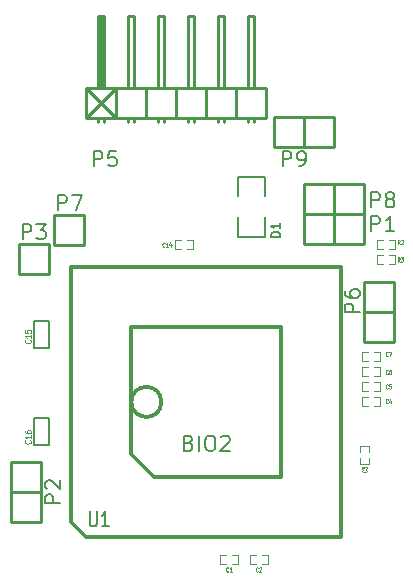
<source format=gto>
%FSLAX34Y34*%
G04 Gerber Fmt 3.4, Leading zero omitted, Abs format*
G04 (created by PCBNEW (2014-04-07 BZR 4791)-product) date Tue 13 May 2014 05:19:37 PM CEST*
%MOIN*%
G01*
G70*
G90*
G04 APERTURE LIST*
%ADD10C,0.005906*%
%ADD11C,0.002800*%
%ADD12C,0.005000*%
%ADD13C,0.010000*%
%ADD14C,0.012000*%
%ADD15C,0.004500*%
%ADD16C,0.008000*%
G04 APERTURE END LIST*
G54D10*
G54D11*
X59150Y-40350D02*
X58950Y-40350D01*
X58950Y-40350D02*
X58950Y-40650D01*
X58950Y-40650D02*
X59150Y-40650D01*
X59350Y-40350D02*
X59550Y-40350D01*
X59550Y-40350D02*
X59550Y-40650D01*
X59550Y-40650D02*
X59350Y-40650D01*
X60150Y-40350D02*
X59950Y-40350D01*
X59950Y-40350D02*
X59950Y-40650D01*
X59950Y-40650D02*
X60150Y-40650D01*
X60350Y-40350D02*
X60550Y-40350D01*
X60550Y-40350D02*
X60550Y-40650D01*
X60550Y-40650D02*
X60350Y-40650D01*
X63929Y-36907D02*
X63929Y-36707D01*
X63929Y-36707D02*
X63629Y-36707D01*
X63629Y-36707D02*
X63629Y-36907D01*
X63929Y-37107D02*
X63929Y-37307D01*
X63929Y-37307D02*
X63629Y-37307D01*
X63629Y-37307D02*
X63629Y-37107D01*
X63900Y-35100D02*
X63700Y-35100D01*
X63700Y-35100D02*
X63700Y-35400D01*
X63700Y-35400D02*
X63900Y-35400D01*
X64100Y-35100D02*
X64300Y-35100D01*
X64300Y-35100D02*
X64300Y-35400D01*
X64300Y-35400D02*
X64100Y-35400D01*
X63900Y-34600D02*
X63700Y-34600D01*
X63700Y-34600D02*
X63700Y-34900D01*
X63700Y-34900D02*
X63900Y-34900D01*
X64100Y-34600D02*
X64300Y-34600D01*
X64300Y-34600D02*
X64300Y-34900D01*
X64300Y-34900D02*
X64100Y-34900D01*
X63900Y-34100D02*
X63700Y-34100D01*
X63700Y-34100D02*
X63700Y-34400D01*
X63700Y-34400D02*
X63900Y-34400D01*
X64100Y-34100D02*
X64300Y-34100D01*
X64300Y-34100D02*
X64300Y-34400D01*
X64300Y-34400D02*
X64100Y-34400D01*
X63900Y-33600D02*
X63700Y-33600D01*
X63700Y-33600D02*
X63700Y-33900D01*
X63700Y-33900D02*
X63900Y-33900D01*
X64100Y-33600D02*
X64300Y-33600D01*
X64300Y-33600D02*
X64300Y-33900D01*
X64300Y-33900D02*
X64100Y-33900D01*
X57650Y-29850D02*
X57450Y-29850D01*
X57450Y-29850D02*
X57450Y-30150D01*
X57450Y-30150D02*
X57650Y-30150D01*
X57850Y-29850D02*
X58050Y-29850D01*
X58050Y-29850D02*
X58050Y-30150D01*
X58050Y-30150D02*
X57850Y-30150D01*
G54D12*
X52750Y-33450D02*
X52750Y-32550D01*
X52750Y-32550D02*
X53250Y-32550D01*
X53250Y-32550D02*
X53250Y-33450D01*
X53250Y-33450D02*
X52750Y-33450D01*
X53250Y-35800D02*
X53250Y-36700D01*
X53250Y-36700D02*
X52750Y-36700D01*
X52750Y-36700D02*
X52750Y-35800D01*
X52750Y-35800D02*
X53250Y-35800D01*
X59550Y-29750D02*
X60450Y-29750D01*
X60450Y-29750D02*
X60450Y-29100D01*
X59550Y-28400D02*
X59550Y-27750D01*
X59550Y-27750D02*
X60450Y-27750D01*
X60450Y-27750D02*
X60450Y-28400D01*
X59550Y-29100D02*
X59550Y-29750D01*
G54D13*
X62750Y-30000D02*
X62750Y-29000D01*
X63750Y-30000D02*
X63750Y-29000D01*
X63750Y-29000D02*
X62750Y-29000D01*
X62750Y-29000D02*
X61750Y-29000D01*
X61750Y-29000D02*
X61750Y-30000D01*
X61750Y-30000D02*
X63750Y-30000D01*
X53000Y-38250D02*
X52000Y-38250D01*
X53000Y-37250D02*
X52000Y-37250D01*
X52000Y-37250D02*
X52000Y-38250D01*
X52000Y-38250D02*
X52000Y-39250D01*
X52000Y-39250D02*
X53000Y-39250D01*
X53000Y-39250D02*
X53000Y-37250D01*
X52250Y-30000D02*
X52250Y-31000D01*
X52250Y-31000D02*
X53250Y-31000D01*
X53250Y-31000D02*
X53250Y-30000D01*
X53250Y-30000D02*
X52250Y-30000D01*
X55480Y-24777D02*
X54480Y-25777D01*
X54480Y-24777D02*
X55480Y-25777D01*
X54930Y-24727D02*
X54930Y-22427D01*
X54930Y-22427D02*
X55030Y-22427D01*
X55030Y-22427D02*
X55030Y-24727D01*
X55030Y-24727D02*
X54980Y-24727D01*
X54980Y-24727D02*
X54980Y-22427D01*
X54880Y-25777D02*
X54880Y-25927D01*
X55080Y-25777D02*
X55080Y-25927D01*
X55880Y-25777D02*
X55880Y-25927D01*
X56080Y-25777D02*
X56080Y-25927D01*
X56880Y-25777D02*
X56880Y-25927D01*
X57080Y-25777D02*
X57080Y-25927D01*
X60080Y-25777D02*
X60080Y-25927D01*
X59880Y-25777D02*
X59880Y-25927D01*
X59080Y-25777D02*
X59080Y-25927D01*
X58880Y-25777D02*
X58880Y-25927D01*
X58080Y-25777D02*
X58080Y-25927D01*
X57880Y-25777D02*
X57880Y-25927D01*
X54480Y-25777D02*
X54480Y-24777D01*
X55480Y-25777D02*
X55480Y-24777D01*
X55480Y-25777D02*
X56480Y-25777D01*
X56480Y-25777D02*
X56480Y-24777D01*
X55880Y-24777D02*
X55880Y-22377D01*
X55880Y-22377D02*
X56080Y-22377D01*
X56080Y-22377D02*
X56080Y-24777D01*
X56480Y-24777D02*
X55480Y-24777D01*
X55480Y-24777D02*
X54480Y-24777D01*
X55080Y-22377D02*
X55080Y-24777D01*
X54880Y-22377D02*
X55080Y-22377D01*
X54880Y-24777D02*
X54880Y-22377D01*
X55480Y-25777D02*
X55480Y-24777D01*
X54480Y-25777D02*
X55480Y-25777D01*
X58480Y-25777D02*
X58480Y-24777D01*
X58480Y-25777D02*
X59480Y-25777D01*
X59480Y-25777D02*
X59480Y-24777D01*
X58880Y-24777D02*
X58880Y-22377D01*
X58880Y-22377D02*
X59080Y-22377D01*
X59080Y-22377D02*
X59080Y-24777D01*
X59480Y-24777D02*
X58480Y-24777D01*
X60480Y-24777D02*
X59480Y-24777D01*
X60080Y-22377D02*
X60080Y-24777D01*
X59880Y-22377D02*
X60080Y-22377D01*
X59880Y-24777D02*
X59880Y-22377D01*
X60480Y-25777D02*
X60480Y-24777D01*
X59480Y-25777D02*
X60480Y-25777D01*
X59480Y-25777D02*
X59480Y-24777D01*
X57480Y-25777D02*
X57480Y-24777D01*
X57480Y-25777D02*
X58480Y-25777D01*
X58480Y-25777D02*
X58480Y-24777D01*
X57880Y-24777D02*
X57880Y-22377D01*
X57880Y-22377D02*
X58080Y-22377D01*
X58080Y-22377D02*
X58080Y-24777D01*
X58480Y-24777D02*
X57480Y-24777D01*
X57480Y-24777D02*
X56480Y-24777D01*
X57080Y-22377D02*
X57080Y-24777D01*
X56880Y-22377D02*
X57080Y-22377D01*
X56880Y-24777D02*
X56880Y-22377D01*
X57480Y-25777D02*
X57480Y-24777D01*
X56480Y-25777D02*
X57480Y-25777D01*
X56480Y-25777D02*
X56480Y-24777D01*
X64750Y-32250D02*
X63750Y-32250D01*
X64750Y-31250D02*
X63750Y-31250D01*
X63750Y-31250D02*
X63750Y-32250D01*
X63750Y-32250D02*
X63750Y-33250D01*
X63750Y-33250D02*
X64750Y-33250D01*
X64750Y-33250D02*
X64750Y-31250D01*
X53437Y-29027D02*
X53437Y-30027D01*
X53437Y-30027D02*
X54437Y-30027D01*
X54437Y-30027D02*
X54437Y-29027D01*
X54437Y-29027D02*
X53437Y-29027D01*
X62750Y-29000D02*
X62750Y-28000D01*
X63750Y-29000D02*
X63750Y-28000D01*
X63750Y-28000D02*
X62750Y-28000D01*
X62750Y-28000D02*
X61750Y-28000D01*
X61750Y-28000D02*
X61750Y-29000D01*
X61750Y-29000D02*
X63750Y-29000D01*
X61750Y-25750D02*
X61750Y-26750D01*
X60750Y-25750D02*
X60750Y-26750D01*
X60750Y-26750D02*
X61750Y-26750D01*
X61750Y-26750D02*
X62750Y-26750D01*
X62750Y-26750D02*
X62750Y-25750D01*
X62750Y-25750D02*
X60750Y-25750D01*
G54D11*
X64400Y-29850D02*
X64200Y-29850D01*
X64200Y-29850D02*
X64200Y-30150D01*
X64200Y-30150D02*
X64400Y-30150D01*
X64600Y-29850D02*
X64800Y-29850D01*
X64800Y-29850D02*
X64800Y-30150D01*
X64800Y-30150D02*
X64600Y-30150D01*
X64600Y-30650D02*
X64800Y-30650D01*
X64800Y-30650D02*
X64800Y-30350D01*
X64800Y-30350D02*
X64600Y-30350D01*
X64400Y-30650D02*
X64200Y-30650D01*
X64200Y-30650D02*
X64200Y-30350D01*
X64200Y-30350D02*
X64400Y-30350D01*
G54D14*
X57000Y-35250D02*
G75*
G03X57000Y-35250I-500J0D01*
G74*
G01*
X56750Y-37750D02*
X61000Y-37750D01*
X61000Y-32750D02*
X61000Y-37750D01*
X56000Y-32750D02*
X61000Y-32750D01*
X56750Y-37750D02*
X56000Y-37000D01*
X56000Y-37000D02*
X56000Y-32750D01*
X54000Y-39250D02*
X54500Y-39750D01*
X54500Y-39750D02*
X63000Y-39750D01*
X63000Y-39750D02*
X63000Y-30750D01*
X63000Y-30750D02*
X54000Y-30750D01*
X54000Y-30750D02*
X54000Y-39250D01*
G54D11*
X59231Y-40895D02*
X59226Y-40902D01*
X59209Y-40908D01*
X59197Y-40908D01*
X59180Y-40902D01*
X59169Y-40889D01*
X59163Y-40876D01*
X59157Y-40849D01*
X59157Y-40830D01*
X59163Y-40803D01*
X59169Y-40790D01*
X59180Y-40777D01*
X59197Y-40770D01*
X59209Y-40770D01*
X59226Y-40777D01*
X59231Y-40784D01*
X59346Y-40908D02*
X59277Y-40908D01*
X59311Y-40908D02*
X59311Y-40770D01*
X59300Y-40790D01*
X59289Y-40803D01*
X59277Y-40810D01*
X60216Y-40895D02*
X60210Y-40902D01*
X60193Y-40908D01*
X60181Y-40908D01*
X60164Y-40902D01*
X60153Y-40889D01*
X60147Y-40876D01*
X60141Y-40849D01*
X60141Y-40830D01*
X60147Y-40803D01*
X60153Y-40790D01*
X60164Y-40777D01*
X60181Y-40770D01*
X60193Y-40770D01*
X60210Y-40777D01*
X60216Y-40784D01*
X60261Y-40784D02*
X60267Y-40777D01*
X60279Y-40770D01*
X60307Y-40770D01*
X60319Y-40777D01*
X60324Y-40784D01*
X60330Y-40797D01*
X60330Y-40810D01*
X60324Y-40830D01*
X60256Y-40908D01*
X60330Y-40908D01*
X63828Y-37520D02*
X63835Y-37525D01*
X63841Y-37542D01*
X63841Y-37554D01*
X63835Y-37571D01*
X63822Y-37582D01*
X63809Y-37588D01*
X63782Y-37594D01*
X63763Y-37594D01*
X63736Y-37588D01*
X63723Y-37582D01*
X63710Y-37571D01*
X63703Y-37554D01*
X63703Y-37542D01*
X63710Y-37525D01*
X63717Y-37520D01*
X63703Y-37480D02*
X63703Y-37405D01*
X63756Y-37445D01*
X63756Y-37428D01*
X63763Y-37417D01*
X63769Y-37411D01*
X63782Y-37405D01*
X63815Y-37405D01*
X63828Y-37411D01*
X63835Y-37417D01*
X63841Y-37428D01*
X63841Y-37462D01*
X63835Y-37474D01*
X63828Y-37480D01*
X64546Y-35285D02*
X64541Y-35292D01*
X64524Y-35298D01*
X64512Y-35298D01*
X64495Y-35292D01*
X64484Y-35278D01*
X64478Y-35265D01*
X64472Y-35239D01*
X64472Y-35219D01*
X64478Y-35193D01*
X64484Y-35180D01*
X64495Y-35167D01*
X64512Y-35160D01*
X64524Y-35160D01*
X64541Y-35167D01*
X64546Y-35173D01*
X64649Y-35206D02*
X64649Y-35298D01*
X64621Y-35154D02*
X64592Y-35252D01*
X64666Y-35252D01*
X64546Y-34793D02*
X64541Y-34799D01*
X64524Y-34806D01*
X64512Y-34806D01*
X64495Y-34799D01*
X64484Y-34786D01*
X64478Y-34773D01*
X64472Y-34747D01*
X64472Y-34727D01*
X64478Y-34701D01*
X64484Y-34688D01*
X64495Y-34675D01*
X64512Y-34668D01*
X64524Y-34668D01*
X64541Y-34675D01*
X64546Y-34681D01*
X64655Y-34668D02*
X64598Y-34668D01*
X64592Y-34734D01*
X64598Y-34727D01*
X64609Y-34721D01*
X64638Y-34721D01*
X64649Y-34727D01*
X64655Y-34734D01*
X64661Y-34747D01*
X64661Y-34780D01*
X64655Y-34793D01*
X64649Y-34799D01*
X64638Y-34806D01*
X64609Y-34806D01*
X64598Y-34799D01*
X64592Y-34793D01*
X64546Y-34301D02*
X64541Y-34307D01*
X64524Y-34314D01*
X64512Y-34314D01*
X64495Y-34307D01*
X64484Y-34294D01*
X64478Y-34281D01*
X64472Y-34255D01*
X64472Y-34235D01*
X64478Y-34209D01*
X64484Y-34196D01*
X64495Y-34182D01*
X64512Y-34176D01*
X64524Y-34176D01*
X64541Y-34182D01*
X64546Y-34189D01*
X64649Y-34176D02*
X64626Y-34176D01*
X64615Y-34182D01*
X64609Y-34189D01*
X64598Y-34209D01*
X64592Y-34235D01*
X64592Y-34288D01*
X64598Y-34301D01*
X64604Y-34307D01*
X64615Y-34314D01*
X64638Y-34314D01*
X64649Y-34307D01*
X64655Y-34301D01*
X64661Y-34288D01*
X64661Y-34255D01*
X64655Y-34242D01*
X64649Y-34235D01*
X64638Y-34228D01*
X64615Y-34228D01*
X64604Y-34235D01*
X64598Y-34242D01*
X64592Y-34255D01*
X64546Y-33710D02*
X64541Y-33717D01*
X64524Y-33723D01*
X64512Y-33723D01*
X64495Y-33717D01*
X64484Y-33704D01*
X64478Y-33690D01*
X64472Y-33664D01*
X64472Y-33644D01*
X64478Y-33618D01*
X64484Y-33605D01*
X64495Y-33592D01*
X64512Y-33585D01*
X64524Y-33585D01*
X64541Y-33592D01*
X64546Y-33598D01*
X64586Y-33585D02*
X64666Y-33585D01*
X64615Y-33723D01*
X57107Y-30068D02*
X57102Y-30075D01*
X57085Y-30082D01*
X57073Y-30082D01*
X57056Y-30075D01*
X57045Y-30062D01*
X57039Y-30049D01*
X57033Y-30022D01*
X57033Y-30003D01*
X57039Y-29976D01*
X57045Y-29963D01*
X57056Y-29950D01*
X57073Y-29944D01*
X57085Y-29944D01*
X57102Y-29950D01*
X57107Y-29957D01*
X57222Y-30082D02*
X57153Y-30082D01*
X57187Y-30082D02*
X57187Y-29944D01*
X57176Y-29963D01*
X57165Y-29976D01*
X57153Y-29983D01*
X57325Y-29990D02*
X57325Y-30082D01*
X57296Y-29937D02*
X57267Y-30036D01*
X57342Y-30036D01*
G54D15*
X52630Y-33186D02*
X52640Y-33195D01*
X52649Y-33220D01*
X52649Y-33238D01*
X52640Y-33263D01*
X52620Y-33280D01*
X52601Y-33289D01*
X52563Y-33298D01*
X52535Y-33298D01*
X52497Y-33289D01*
X52478Y-33280D01*
X52459Y-33263D01*
X52449Y-33238D01*
X52449Y-33220D01*
X52459Y-33195D01*
X52468Y-33186D01*
X52649Y-33015D02*
X52649Y-33118D01*
X52649Y-33066D02*
X52449Y-33066D01*
X52478Y-33083D01*
X52497Y-33100D01*
X52506Y-33118D01*
X52449Y-32852D02*
X52449Y-32938D01*
X52544Y-32946D01*
X52535Y-32938D01*
X52525Y-32920D01*
X52525Y-32878D01*
X52535Y-32860D01*
X52544Y-32852D01*
X52563Y-32843D01*
X52611Y-32843D01*
X52630Y-32852D01*
X52640Y-32860D01*
X52649Y-32878D01*
X52649Y-32920D01*
X52640Y-32938D01*
X52630Y-32946D01*
X52630Y-36533D02*
X52640Y-36541D01*
X52649Y-36567D01*
X52649Y-36584D01*
X52640Y-36610D01*
X52620Y-36627D01*
X52601Y-36635D01*
X52563Y-36644D01*
X52535Y-36644D01*
X52497Y-36635D01*
X52478Y-36627D01*
X52459Y-36610D01*
X52449Y-36584D01*
X52449Y-36567D01*
X52459Y-36541D01*
X52468Y-36533D01*
X52649Y-36361D02*
X52649Y-36464D01*
X52649Y-36413D02*
X52449Y-36413D01*
X52478Y-36430D01*
X52497Y-36447D01*
X52506Y-36464D01*
X52449Y-36207D02*
X52449Y-36241D01*
X52459Y-36258D01*
X52468Y-36267D01*
X52497Y-36284D01*
X52535Y-36293D01*
X52611Y-36293D01*
X52630Y-36284D01*
X52640Y-36275D01*
X52649Y-36258D01*
X52649Y-36224D01*
X52640Y-36207D01*
X52630Y-36198D01*
X52611Y-36190D01*
X52563Y-36190D01*
X52544Y-36198D01*
X52535Y-36207D01*
X52525Y-36224D01*
X52525Y-36258D01*
X52535Y-36275D01*
X52544Y-36284D01*
X52563Y-36293D01*
G54D12*
X60962Y-29748D02*
X60662Y-29748D01*
X60662Y-29677D01*
X60676Y-29634D01*
X60705Y-29606D01*
X60733Y-29591D01*
X60791Y-29577D01*
X60833Y-29577D01*
X60891Y-29591D01*
X60919Y-29606D01*
X60948Y-29634D01*
X60962Y-29677D01*
X60962Y-29748D01*
X60962Y-29291D02*
X60962Y-29463D01*
X60962Y-29377D02*
X60662Y-29377D01*
X60705Y-29406D01*
X60733Y-29434D01*
X60748Y-29463D01*
G54D16*
X64001Y-29556D02*
X64001Y-29056D01*
X64191Y-29056D01*
X64239Y-29080D01*
X64262Y-29104D01*
X64286Y-29152D01*
X64286Y-29223D01*
X64262Y-29271D01*
X64239Y-29294D01*
X64191Y-29318D01*
X64001Y-29318D01*
X64762Y-29556D02*
X64477Y-29556D01*
X64620Y-29556D02*
X64620Y-29056D01*
X64572Y-29128D01*
X64524Y-29175D01*
X64477Y-29199D01*
X53626Y-38619D02*
X53126Y-38619D01*
X53126Y-38428D01*
X53150Y-38380D01*
X53173Y-38357D01*
X53221Y-38333D01*
X53292Y-38333D01*
X53340Y-38357D01*
X53364Y-38380D01*
X53388Y-38428D01*
X53388Y-38619D01*
X53173Y-38142D02*
X53150Y-38119D01*
X53126Y-38071D01*
X53126Y-37952D01*
X53150Y-37904D01*
X53173Y-37880D01*
X53221Y-37857D01*
X53269Y-37857D01*
X53340Y-37880D01*
X53626Y-38166D01*
X53626Y-37857D01*
X52380Y-29826D02*
X52380Y-29326D01*
X52571Y-29326D01*
X52619Y-29350D01*
X52642Y-29373D01*
X52666Y-29421D01*
X52666Y-29492D01*
X52642Y-29540D01*
X52619Y-29564D01*
X52571Y-29588D01*
X52380Y-29588D01*
X52833Y-29326D02*
X53142Y-29326D01*
X52976Y-29516D01*
X53047Y-29516D01*
X53095Y-29540D01*
X53119Y-29564D01*
X53142Y-29611D01*
X53142Y-29730D01*
X53119Y-29778D01*
X53095Y-29802D01*
X53047Y-29826D01*
X52904Y-29826D01*
X52857Y-29802D01*
X52833Y-29778D01*
X54749Y-27391D02*
X54749Y-26891D01*
X54939Y-26891D01*
X54987Y-26915D01*
X55010Y-26939D01*
X55034Y-26986D01*
X55034Y-27058D01*
X55010Y-27105D01*
X54987Y-27129D01*
X54939Y-27153D01*
X54749Y-27153D01*
X55487Y-26891D02*
X55249Y-26891D01*
X55225Y-27129D01*
X55249Y-27105D01*
X55296Y-27082D01*
X55415Y-27082D01*
X55463Y-27105D01*
X55487Y-27129D01*
X55510Y-27177D01*
X55510Y-27296D01*
X55487Y-27343D01*
X55463Y-27367D01*
X55415Y-27391D01*
X55296Y-27391D01*
X55249Y-27367D01*
X55225Y-27343D01*
X63612Y-32258D02*
X63112Y-32258D01*
X63112Y-32068D01*
X63135Y-32020D01*
X63159Y-31996D01*
X63207Y-31973D01*
X63278Y-31973D01*
X63326Y-31996D01*
X63350Y-32020D01*
X63373Y-32068D01*
X63373Y-32258D01*
X63112Y-31544D02*
X63112Y-31639D01*
X63135Y-31687D01*
X63159Y-31711D01*
X63231Y-31758D01*
X63326Y-31782D01*
X63516Y-31782D01*
X63564Y-31758D01*
X63588Y-31735D01*
X63612Y-31687D01*
X63612Y-31592D01*
X63588Y-31544D01*
X63564Y-31520D01*
X63516Y-31496D01*
X63397Y-31496D01*
X63350Y-31520D01*
X63326Y-31544D01*
X63302Y-31592D01*
X63302Y-31687D01*
X63326Y-31735D01*
X63350Y-31758D01*
X63397Y-31782D01*
X53567Y-28853D02*
X53567Y-28353D01*
X53758Y-28353D01*
X53806Y-28377D01*
X53829Y-28401D01*
X53853Y-28448D01*
X53853Y-28520D01*
X53829Y-28568D01*
X53806Y-28591D01*
X53758Y-28615D01*
X53567Y-28615D01*
X54020Y-28353D02*
X54353Y-28353D01*
X54139Y-28853D01*
X64001Y-28769D02*
X64001Y-28269D01*
X64191Y-28269D01*
X64239Y-28293D01*
X64262Y-28317D01*
X64286Y-28364D01*
X64286Y-28436D01*
X64262Y-28483D01*
X64239Y-28507D01*
X64191Y-28531D01*
X64001Y-28531D01*
X64572Y-28483D02*
X64524Y-28459D01*
X64501Y-28436D01*
X64477Y-28388D01*
X64477Y-28364D01*
X64501Y-28317D01*
X64524Y-28293D01*
X64572Y-28269D01*
X64667Y-28269D01*
X64715Y-28293D01*
X64739Y-28317D01*
X64762Y-28364D01*
X64762Y-28388D01*
X64739Y-28436D01*
X64715Y-28459D01*
X64667Y-28483D01*
X64572Y-28483D01*
X64524Y-28507D01*
X64501Y-28531D01*
X64477Y-28579D01*
X64477Y-28674D01*
X64501Y-28721D01*
X64524Y-28745D01*
X64572Y-28769D01*
X64667Y-28769D01*
X64715Y-28745D01*
X64739Y-28721D01*
X64762Y-28674D01*
X64762Y-28579D01*
X64739Y-28531D01*
X64715Y-28507D01*
X64667Y-28483D01*
X61048Y-27391D02*
X61048Y-26891D01*
X61238Y-26891D01*
X61286Y-26915D01*
X61310Y-26939D01*
X61333Y-26986D01*
X61333Y-27058D01*
X61310Y-27105D01*
X61286Y-27129D01*
X61238Y-27153D01*
X61048Y-27153D01*
X61572Y-27391D02*
X61667Y-27391D01*
X61714Y-27367D01*
X61738Y-27343D01*
X61786Y-27272D01*
X61810Y-27177D01*
X61810Y-26986D01*
X61786Y-26939D01*
X61762Y-26915D01*
X61714Y-26891D01*
X61619Y-26891D01*
X61572Y-26915D01*
X61548Y-26939D01*
X61524Y-26986D01*
X61524Y-27105D01*
X61548Y-27153D01*
X61572Y-27177D01*
X61619Y-27201D01*
X61714Y-27201D01*
X61762Y-27177D01*
X61786Y-27153D01*
X61810Y-27105D01*
G54D11*
X64940Y-29983D02*
X64900Y-29917D01*
X64872Y-29983D02*
X64872Y-29845D01*
X64917Y-29845D01*
X64929Y-29852D01*
X64934Y-29858D01*
X64940Y-29871D01*
X64940Y-29891D01*
X64934Y-29904D01*
X64929Y-29911D01*
X64917Y-29917D01*
X64872Y-29917D01*
X64986Y-29858D02*
X64992Y-29852D01*
X65003Y-29845D01*
X65032Y-29845D01*
X65043Y-29852D01*
X65049Y-29858D01*
X65054Y-29871D01*
X65054Y-29885D01*
X65049Y-29904D01*
X64980Y-29983D01*
X65054Y-29983D01*
X64940Y-30574D02*
X64900Y-30508D01*
X64872Y-30574D02*
X64872Y-30436D01*
X64917Y-30436D01*
X64929Y-30442D01*
X64934Y-30449D01*
X64940Y-30462D01*
X64940Y-30482D01*
X64934Y-30495D01*
X64929Y-30501D01*
X64917Y-30508D01*
X64872Y-30508D01*
X64980Y-30436D02*
X65054Y-30436D01*
X65014Y-30488D01*
X65032Y-30488D01*
X65043Y-30495D01*
X65049Y-30501D01*
X65054Y-30515D01*
X65054Y-30547D01*
X65049Y-30561D01*
X65043Y-30567D01*
X65032Y-30574D01*
X64997Y-30574D01*
X64986Y-30567D01*
X64980Y-30561D01*
G54D16*
X54616Y-38899D02*
X54616Y-39304D01*
X54635Y-39351D01*
X54654Y-39375D01*
X54692Y-39399D01*
X54768Y-39399D01*
X54806Y-39375D01*
X54826Y-39351D01*
X54845Y-39304D01*
X54845Y-38899D01*
X55245Y-39399D02*
X55016Y-39399D01*
X55130Y-39399D02*
X55130Y-38899D01*
X55092Y-38970D01*
X55054Y-39018D01*
X55016Y-39042D01*
X57916Y-36614D02*
X57988Y-36638D01*
X58011Y-36661D01*
X58035Y-36709D01*
X58035Y-36780D01*
X58011Y-36828D01*
X57988Y-36852D01*
X57940Y-36876D01*
X57750Y-36876D01*
X57750Y-36376D01*
X57916Y-36376D01*
X57964Y-36400D01*
X57988Y-36423D01*
X58011Y-36471D01*
X58011Y-36519D01*
X57988Y-36566D01*
X57964Y-36590D01*
X57916Y-36614D01*
X57750Y-36614D01*
X58250Y-36876D02*
X58250Y-36376D01*
X58583Y-36376D02*
X58678Y-36376D01*
X58726Y-36400D01*
X58773Y-36447D01*
X58797Y-36542D01*
X58797Y-36709D01*
X58773Y-36804D01*
X58726Y-36852D01*
X58678Y-36876D01*
X58583Y-36876D01*
X58535Y-36852D01*
X58488Y-36804D01*
X58464Y-36709D01*
X58464Y-36542D01*
X58488Y-36447D01*
X58535Y-36400D01*
X58583Y-36376D01*
X58988Y-36423D02*
X59011Y-36400D01*
X59059Y-36376D01*
X59178Y-36376D01*
X59226Y-36400D01*
X59250Y-36423D01*
X59273Y-36471D01*
X59273Y-36519D01*
X59250Y-36590D01*
X58964Y-36876D01*
X59273Y-36876D01*
M02*

</source>
